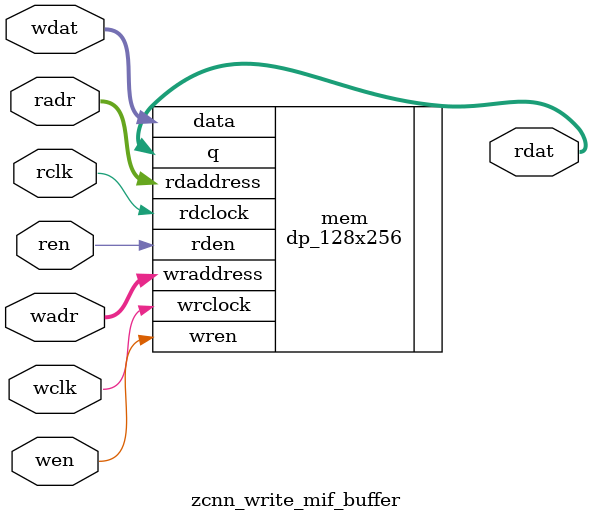
<source format=v>
`default_nettype none
`timescale 1ns/1ps

module zcnn_write_mif
(/*AUTOARG*/
// Outputs
write_end_tgl, mem_write, mem_address, mem_writedata, mem_burstcount,
// Inputs
resb, clk, write_start, write_address, write_xsize, write_ysize,
en_in, d_in, mem_clk, mem_waitrequest
);

input wire          resb;
input wire          clk;
input wire          write_start;
input wire [31:0]   write_address;
input wire [15:0]   write_xsize;
input wire [15:0]   write_ysize;
output wire         write_end_tgl;
input wire          en_in;
input wire [31:0]   d_in; //fp32bit
input wire          mem_clk;
output wire         mem_write;
output wire [25:0]  mem_address;
output wire [127:0] mem_writedata;
input wire          mem_waitrequest;
output wire [7:0]   mem_burstcount;

assign  mem_burstcount = 16;

reg [2:0]           write_start_d;
reg                 wstart_tgl;
reg [1:0]           wstat;
reg [31:0]          wcnt;
reg [1:0]           wpack;
reg                 wpack_en;
reg [127:0]         wpack_data;
reg                 wend_tgl;
reg                 wbusy;

localparam IDLE     = 0;
localparam WRITE    = 1;
localparam PRE_WEND = 2;
localparam WEND     = 3;

wire [31:0] wcnt_max;
wire [31:0] wcnt_max_rem;
assign wcnt_max = write_xsize * write_ysize - 1;
assign wcnt_max_rem = (wcnt_max[1:0]==0) ? 3 :
                      (wcnt_max[1:0]==1) ? 2 :
                      (wcnt_max[1:0]==2) ? 1 :
                      (wcnt_max[1:0]==3) ? 0 : 0;

always @ (posedge clk or negedge resb) begin
    if (!resb) begin
        write_start_d <= 0;
        wstart_tgl    <= 0;
        wstat         <= IDLE;
        wpack         <= 0;
        wpack_en      <= 0;
        wpack_data    <= 0;
        wend_tgl      <= 0;
        wbusy         <= 0;
    end
    else begin
        write_start_d <= {write_start_d[1:0] , write_start};
        wbusy         <= (wstat!=IDLE);

        case (wstat)
            IDLE : begin
                if (write_start_d[2:1]==1) begin
                    wstat <= WRITE;
                    wstart_tgl <= ~wstart_tgl ;
                    wcnt  <= 0;
                end
                wpack      <= 0;
                wpack_en   <= 0;
                wpack_data <= 0;
            end
            WRITE : begin
                if (en_in) begin
                    if (wcnt>=wcnt_max) begin
                        if (wcnt_max_rem!=0) begin
                            wstat <= WEND;
                        end
                        else begin
                            wstat <= PRE_WEND;
                        end
                        wcnt <= 0;
                    end
                    else begin
                        wcnt <= wcnt + 1;
                    end
                    wpack      <= wpack + 1;
                    wpack_en   <= &wpack;
                    wpack_data <= {d_in,wpack_data[127:32]};
                end // if (en_in)
                else begin
                    wpack_en   <= 0;
                end // else: !if(en_in)
            end // case: WRITE
            PRE_WEND : begin
                if (1) begin
                    if (wcnt>=wcnt_max_rem) begin
                        wstat <= WEND;
                        wcnt  <= 0;
                    end
                    else begin
                        wcnt <= wcnt + 1;
                    end
                    wpack      <= wpack + 1;
                    wpack_en   <= &wpack;
                    wpack_data <= {32'd0,wpack_data[127:32]};
                end // if (en_in)
                else begin
                    wpack_en   <= 0;
                end // else: !if(en_in)
            end // case: WRITE
            WEND : begin
                wstat    <= IDLE;
                wcnt     <= 0;
                wpack_en <= 0;
                wend_tgl <= ~wend_tgl ;
            end
            default : begin
                wstat      <= IDLE;
                wpack      <= 0;
                wpack_en   <= 0;
                wpack_data <= 0;
            end
        endcase // case (wstat)
    end // else: !if(!resb)
end // always @ (posedge clk or negedge resb)

wire         fifo_empty;
wire         fifo_ren;
wire [127:0] fifo_rdat;

//async fifo
async_fifo_128x32 c_fifo
(
 .aclr    (1'b0),
 .data    (wpack_data),
 .rdclk   (mem_clk),
 .rdreq   (fifo_ren),
 .wrclk   (clk),
 .wrreq   (wpack_en ),
 .q       (fifo_rdat),
 .rdempty (fifo_empty),
 .wrfull  ()
 );
assign fifo_ren = ~fifo_empty;
//

reg [2:0]    wstart_tgl_d;
wire         wstart_reset;
wire [127:0] rdat;
reg [8:0]    wptr;
reg [8:0]    rptr;
wire         pre_ren;
reg [2:0]    wend_tgl_d;
reg          wend_mem;
wire [8:0]   usedw;

assign wstart_reset = ^wstart_tgl_d[2:1];
always @ (posedge mem_clk or negedge resb) begin
    if (!resb) begin
        wstart_tgl_d <= 0;
        wptr         <= 0;
        rptr         <= 0;
        wend_mem     <= 0;
    end
    else begin
        wstart_tgl_d <= {wstart_tgl_d[1:0], wstart_tgl} ;
        wend_tgl_d   <= {wend_tgl_d[1:0],wend_tgl};

        if (wstart_reset) begin
            wptr     <= 0;
            rptr     <= 0;
            wend_mem <= 0;
        end
        else begin
            if (^wend_tgl_d[2:1]) begin
                wend_mem <= 1;
            end
            if (fifo_ren) begin
                wptr <= wptr + 1;
            end

            if (pre_ren && (usedw!=0)) begin
                rptr <= rptr + 1;
            end
        end // else: !if(wstart_reset)
    end // else: !if(!resb)
end // always @ (posedge mem_clk or negedge resb)
assign usedw = wptr - rptr;

wire write_req;
assign write_req = (usedw>=16) | (usedw!=0 & wend_mem);

reg         mem_wen;
reg [25:0]  mem_addr;
reg [127:0] mem_wdat;

reg [1:0] mstat;
reg [3:0] mcnt;
localparam P_IDLE = 0;
localparam P_WRIT = 1;
always @ (posedge mem_clk or negedge resb) begin
    if (!resb) begin
        mem_wen  <= 0;
        mem_wdat <= 0;
        mem_addr <= 0;
        mstat    <= P_IDLE;
        mcnt     <= 0;
    end
    else begin

        //frame buffer control
        if (wstart_reset) begin
            mem_addr <= write_address;
        end
        else begin
            if (mem_wen && !mem_waitrequest) begin
                mem_addr <= mem_addr + 1;
            end
        end

        //mem fix 16burst
        case(mstat)
            P_IDLE : begin
                if (write_req) begin
                    mstat <= P_WRIT;
                end
                else begin
                    mstat <= P_IDLE;
                end
                mem_wen <= 0;
                mcnt    <= 0;
            end
            P_WRIT : begin
                if (mem_wen & mem_waitrequest) begin
                    mem_wen <= mem_wen;
                end
                else begin
                    if (mcnt==15) begin
                        if (write_req) begin
                            mstat <= P_WRIT;
                        end
                        else begin
                            mstat <= P_IDLE;
                        end
                        mcnt <= 0;
                    end
                    else begin
                        mcnt <= mcnt + 1;
                    end // else: !if(mcnt==15)
                    mem_wen  <= 1;
                    mem_wdat <= rdat;
                end // else: !if(mem_wen & mem_waitrequest)
            end // case: P_WRIT
        endcase // case (mstat)
    end // else: !if(!resb)
end // always @ (posedge clk or negedge resb)
assign pre_ren = (mstat==P_IDLE && write_req) |
                 (mstat==P_WRIT && (mcnt<15 | write_req) && (!(mem_wen && mem_waitrequest)));

assign mem_write     = mem_wen;
assign mem_address   = mem_addr;
assign mem_writedata = mem_wdat;

assign write_end_tgl = wend_tgl;

/*zcnn_write_mif_buffer AUTO_TEMPLATE(
 .rdat      (rdat),
 .wclk      (mem_clk),
 .wen       (fifo_ren),
 .wadr      (wptr[7:0]),
 .wdat      (fifo_rdat),
 .rclk      (mem_clk),
 .ren       (pre_ren),
 .radr      (rptr[7:0]),
 );
 */
zcnn_write_mif_buffer c_ram
(/*AUTOINST*/
 // Outputs
 .rdat                                  (rdat),                  // Templated
 // Inputs
 .wclk                                  (mem_clk),               // Templated
 .wen                                   (fifo_ren),              // Templated
 .wadr                                  (wptr[7:0]),             // Templated
 .wdat                                  (fifo_rdat),             // Templated
 .rclk                                  (mem_clk),               // Templated
 .ren                                   (pre_ren),               // Templated
 .radr                                  (rptr[7:0]));             // Templated

endmodule // zx_write_mif

module zcnn_write_mif_buffer (
/*AUTOARG*/
// Outputs
rdat,
// Inputs
wclk, wen, wadr, wdat, rclk, ren, radr
);

parameter FIFO_DEPTH_BIT = 8;
parameter DATA_BIT_WIDTH = 128;

input wire                       wclk;
input wire                       wen;
input wire [FIFO_DEPTH_BIT-1:0]  wadr;
input wire [DATA_BIT_WIDTH-1:0]  wdat;
input wire                       rclk;
input wire                       ren;
input wire [FIFO_DEPTH_BIT-1:0]  radr;
output wire [DATA_BIT_WIDTH-1:0] rdat;

dp_128x256 mem(
.data      (wdat),
.wrclock   (wclk),
.rdclock   (rclk),
.rdaddress (radr),
.rden      (ren),
.wraddress (wadr),
.wren      (wen),
.q         (rdat)
);

endmodule // zcnn_write_mif_buffer
//synopsys translate_off
`default_nettype wire
//synopsys translate_on

</source>
